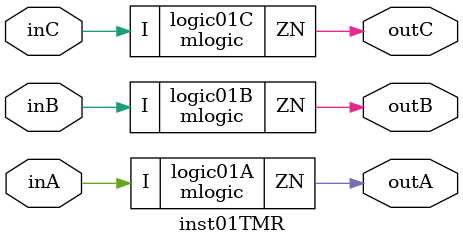
<source format=v>
module mlogic(
  I,
  ZN
);
input I;
output ZN;
assign ZN =  ~I;
endmodule

module inst01TMR(
  inA,  inB,  inC,
  outA, outB, outC
);
input inA, inB, inC;
output outA, outB, outC;

mlogic logic01A (
  .I(inA),
  .ZN(outA)
);

mlogic logic01B (
  .I(inB),
  .ZN(outB)
);

mlogic logic01C (
  .I(inC),
  .ZN(outC)
);
endmodule

</source>
